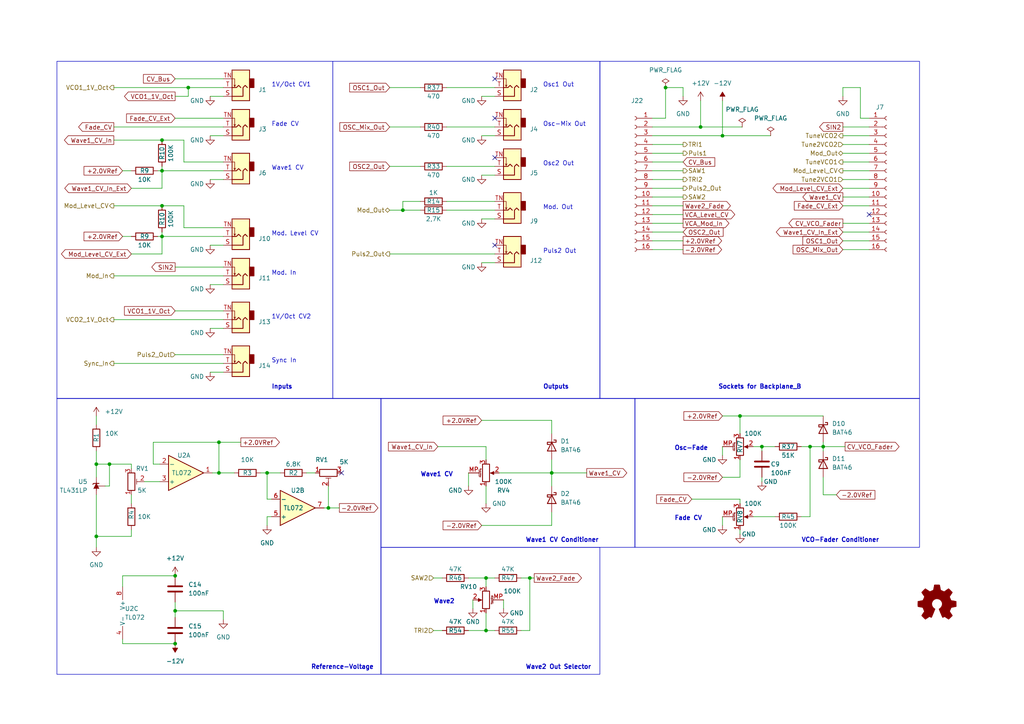
<source format=kicad_sch>
(kicad_sch (version 20230121) (generator eeschema)
  (paper "A4")
  (title_block (title "2MoreVO") (date "2024-07-09") (rev "1.0") (company "ImooDi") (comment 1 "CC BY-NC-SA"))
  (lib_symbols
    (symbol "Amplifier_Operational:TL072" (pin_names (offset 0.127))
      (property "Reference" "U" (at 0 5.08 0))
      (property "Value" "TL072" (at 0 -5.08 0))
      (symbol "TL072_1_1"
        (pin output line (at 7.62 0 180) (length 2.54) (name "~") (number "1"))
        (pin input line (at -7.62 -2.54 0) (length 2.54) (name "-") (number "2"))
        (pin input line (at -7.62 2.54 0) (length 2.54) (name "+") (number "3"))
      )
      (symbol "TL072_2_1"
        (pin input line (at -7.62 2.54 0) (length 2.54) (name "+") (number "5"))
        (pin input line (at -7.62 -2.54 0) (length 2.54) (name "-") (number "6"))
        (pin output line (at 7.62 0 180) (length 2.54) (name "~") (number "7"))
      )
      (symbol "TL072_3_1"
        (pin power_in line (at -2.54 -7.62 90) (length 3.81) (name "V-") (number "4"))
        (pin power_in line (at -2.54 7.62 270) (length 3.81) (name "V+") (number "8"))
      )
    )
    (symbol "Connector:Conn_01x16_Socket" (pin_names (offset 1.016) hide)
      (property "Reference" "J" (at 0 20.32 0))
      (property "Value" "Conn_01x16_Socket" (at 0 -22.86 0))
      (symbol "Conn_01x16_Socket_1_1"
        (pin passive line (at -5.08 17.78 0) (length 3.81) (name "Pin_1") (number "1"))
        (pin passive line (at -5.08 -5.08 0) (length 3.81) (name "Pin_10") (number "10"))
        (pin passive line (at -5.08 -7.62 0) (length 3.81) (name "Pin_11") (number "11"))
        (pin passive line (at -5.08 -10.16 0) (length 3.81) (name "Pin_12") (number "12"))
        (pin passive line (at -5.08 -12.7 0) (length 3.81) (name "Pin_13") (number "13"))
        (pin passive line (at -5.08 -15.24 0) (length 3.81) (name "Pin_14") (number "14"))
        (pin passive line (at -5.08 -17.78 0) (length 3.81) (name "Pin_15") (number "15"))
        (pin passive line (at -5.08 -20.32 0) (length 3.81) (name "Pin_16") (number "16"))
        (pin passive line (at -5.08 15.24 0) (length 3.81) (name "Pin_2") (number "2"))
        (pin passive line (at -5.08 12.7 0) (length 3.81) (name "Pin_3") (number "3"))
        (pin passive line (at -5.08 10.16 0) (length 3.81) (name "Pin_4") (number "4"))
        (pin passive line (at -5.08 7.62 0) (length 3.81) (name "Pin_5") (number "5"))
        (pin passive line (at -5.08 5.08 0) (length 3.81) (name "Pin_6") (number "6"))
        (pin passive line (at -5.08 2.54 0) (length 3.81) (name "Pin_7") (number "7"))
        (pin passive line (at -5.08 0 0) (length 3.81) (name "Pin_8") (number "8"))
        (pin passive line (at -5.08 -2.54 0) (length 3.81) (name "Pin_9") (number "9"))
      )
    )
    (symbol "Graphic:Logo_Open_Hardware_Small" (in_bom no) (on_board no))
    (symbol "Library:AudioJack2_SwitchT"
      (property "Reference" "J" (at 0 8.89 0))
      (property "Value" "AudioJack2_SwitchT" (at 0 6.35 0))
      (symbol "AudioJack2_SwitchT_1_1"
        (pin passive line (at 5.08 2.54 180) (length 2.54) (name "~") (number "S"))
        (pin passive line (at 5.08 0 180) (length 2.54) (name "~") (number "T"))
        (pin passive line (at 5.08 -2.54 180) (length 2.54) (name "~") (number "TN"))
      )
    )
    (symbol "Library:C" (pin_numbers hide) (pin_names (offset 0.254))
      (property "Reference" "C" (at 0.635 2.54 0))
      (property "Value" "C" (at 0.635 -2.54 0))
      (symbol "C_1_1"
        (pin passive line (at 0 3.81 270) (length 2.794) (name "~") (number "1"))
        (pin passive line (at 0 -3.81 90) (length 2.794) (name "~") (number "2"))
      )
    )
    (symbol "Library:D_Schottky" (pin_numbers hide) (pin_names (offset 1.016) hide)
      (property "Reference" "D" (at 0 2.54 0))
      (property "Value" "D_Schottky" (at 0 -2.54 0))
      (symbol "D_Schottky_1_1"
        (pin passive line (at -3.81 0 0) (length 2.54) (name "K") (number "1"))
        (pin passive line (at 3.81 0 180) (length 2.54) (name "A") (number "2"))
      )
    )
    (symbol "Library:R" (pin_numbers hide) (pin_names (offset 0))
      (property "Reference" "R" (at 2.032 0 90))
      (property "Value" "R" (at 0 0 90))
      (symbol "R_1_1"
        (pin passive line (at 0 3.81 270) (length 1.27) (name "~") (number "1"))
        (pin passive line (at 0 -3.81 90) (length 1.27) (name "~") (number "2"))
      )
    )
    (symbol "Library:R_Potentiometer_MountingPin" (pin_names (offset 1.016) hide)
      (property "Reference" "RV" (at -8.255 0 90))
      (property "Value" "R_Potentiometer_MountingPin" (at -6.35 0 90))
      (symbol "R_Potentiometer_MountingPin_1_1"
        (text "Mounting" (at -1.651 0 900) (effects (font (size 0.381 0.381))))
        (pin passive line (at 0 3.81 270) (length 1.27) (name "1") (number "1"))
        (pin passive line (at 3.81 0 180) (length 1.27) (name "2") (number "2"))
        (pin passive line (at 0 -3.81 90) (length 1.27) (name "3") (number "3"))
        (pin passive line (at -5.08 0 0) (length 3.048) (name "MountPin") (number "MP"))
      )
    )
    (symbol "Library:R_Potentiometer_Trim" (pin_names (offset 1.016) hide)
      (property "Reference" "RV" (at -4.445 0 90))
      (property "Value" "R_Potentiometer_Trim" (at -2.54 0 90))
      (symbol "R_Potentiometer_Trim_1_1"
        (pin passive line (at 0 3.81 270) (length 1.27) (name "1") (number "1"))
        (pin passive line (at 3.81 0 180) (length 1.27) (name "2") (number "2"))
        (pin passive line (at 0 -3.81 90) (length 1.27) (name "3") (number "3"))
      )
    )
    (symbol "Library:TL431LP" (pin_numbers hide) (pin_names hide)
      (property "Reference" "U" (at -2.54 2.54 0))
      (property "Value" "TL431LP" (at 0 -2.54 0))
      (symbol "TL431LP_1_1"
        (pin passive line (at 0 2.54 270) (length 2.54) (name "REF") (number "1"))
        (pin passive line (at -2.54 0 0) (length 2.54) (name "A") (number "2"))
        (pin passive line (at 2.54 0 180) (length 2.54) (name "K") (number "3"))
      )
    )
    (symbol "power:+12V" (power) (pin_names (offset 0))
      (property "Value" "+12V" (at 0 3.556 0))
      (symbol "+12V_1_1"
        (pin power_in line (at 0 0 90) (length 0) hide (name "+12V") (number "1"))
      )
    )
    (symbol "power:-12V" (power) (pin_names (offset 0))
      (property "Value" "-12V" (at 0 3.81 0))
      (symbol "-12V_0_0"
        (pin power_in line (at 0 0 90) (length 0) hide (name "-12V") (number "1"))
      )
    )
    (symbol "power:GND" (power) (pin_names (offset 0))
      (property "Value" "GND" (at 0 -3.81 0))
      (symbol "GND_1_1"
        (pin power_in line (at 0 0 270) (length 0) hide (name "GND") (number "1"))
      )
    )
    (symbol "power:PWR_FLAG" (power) (pin_numbers hide) (pin_names (offset 0) hide)
      (property "Value" "PWR_FLAG" (at 0 3.81 0))
      (symbol "PWR_FLAG_0_0"
        (pin power_out line (at 0 0 90) (length 0) (name "pwr") (number "1"))
      )
    )
  )
  (junction (at 31.75 134.62))
  (junction (at 46.99 68.58))
  (junction (at 54.61 25.4))
  (junction (at 46.99 59.69))
  (junction (at 77.47 137.16))
  (junction (at 50.8 186.69))
  (junction (at 50.8 167.005))
  (junction (at 160.02 137.16))
  (junction (at 63.5 128.27))
  (junction (at 209.55 39.37))
  (junction (at 220.98 129.54))
  (junction (at 63.5 137.16))
  (junction (at 46.99 40.64))
  (junction (at 153.67 167.64))
  (junction (at 214.63 120.65))
  (junction (at 116.84 60.96))
  (junction (at 27.94 134.62))
  (junction (at 95.25 147.32))
  (junction (at 234.95 129.54))
  (junction (at 193.04 25.4))
  (junction (at 50.8 177.165))
  (junction (at 140.97 167.64))
  (junction (at 238.76 129.54))
  (junction (at 46.99 49.53))
  (junction (at 140.97 182.88))
  (junction (at 203.2 36.83))
  (junction (at 27.94 155.575))
  (no_connect (at 252.095 62.23))
  (no_connect (at 143.51 71.12))
  (no_connect (at 143.51 22.86))
  (no_connect (at 143.51 45.72))
  (no_connect (at 99.06 137.16))
  (no_connect (at 143.51 34.29))
  (wire (pts (xy 214.63 120.65) (xy 238.76 120.65)))
  (wire (pts (xy 46.99 67.31) (xy 46.99 68.58)))
  (wire (pts (xy 160.02 148.59) (xy 160.02 152.4)))
  (wire (pts (xy 27.94 143.51) (xy 27.94 155.575)))
  (wire (pts (xy 209.55 120.65) (xy 214.63 120.65)))
  (wire (pts (xy 244.475 72.39) (xy 252.095 72.39)))
  (wire (pts (xy 35.56 49.53) (xy 38.1 49.53)))
  (wire (pts (xy 140.97 129.54) (xy 140.97 133.35)))
  (wire (pts (xy 189.23 39.37) (xy 209.55 39.37)))
  (wire (pts (xy 33.02 59.69) (xy 46.99 59.69)))
  (wire (pts (xy 198.12 25.4) (xy 198.12 27.94)))
  (wire (pts (xy 189.23 52.07) (xy 198.12 52.07)))
  (wire (pts (xy 50.8 177.165) (xy 50.8 179.07)))
  (wire (pts (xy 140.97 140.97) (xy 140.97 146.05)))
  (wire (pts (xy 189.23 64.77) (xy 198.12 64.77)))
  (wire (pts (xy 244.475 67.31) (xy 252.095 67.31)))
  (wire (pts (xy 50.8 22.86) (xy 64.77 22.86)))
  (wire (pts (xy 203.2 29.21) (xy 203.2 36.83)))
  (wire (pts (xy 140.97 167.64) (xy 135.89 167.64)))
  (wire (pts (xy 60.96 107.95) (xy 64.77 107.95)))
  (wire (pts (xy 60.96 27.94) (xy 64.77 27.94)))
  (wire (pts (xy 46.99 68.58) (xy 64.77 68.58)))
  (wire (pts (xy 27.94 130.81) (xy 27.94 134.62)))
  (wire (pts (xy 238.76 128.27) (xy 238.76 129.54)))
  (wire (pts (xy 189.23 72.39) (xy 198.12 72.39)))
  (wire (pts (xy 53.34 59.69) (xy 53.34 66.04)))
  (wire (pts (xy 45.72 49.53) (xy 46.99 49.53)))
  (wire (pts (xy 113.03 48.26) (xy 121.92 48.26)))
  (wire (pts (xy 33.02 105.41) (xy 64.77 105.41)))
  (wire (pts (xy 143.51 167.64) (xy 140.97 167.64)))
  (wire (pts (xy 238.76 143.51) (xy 242.57 143.51)))
  (wire (pts (xy 189.23 67.31) (xy 198.12 67.31)))
  (wire (pts (xy 45.72 68.58) (xy 46.99 68.58)))
  (wire (pts (xy 125.73 182.88) (xy 128.27 182.88)))
  (wire (pts (xy 35.56 167.005) (xy 50.8 167.005)))
  (wire (pts (xy 60.96 95.25) (xy 64.77 95.25)))
  (wire (pts (xy 88.9 137.16) (xy 91.44 137.16)))
  (wire (pts (xy 113.03 25.4) (xy 121.92 25.4)))
  (wire (pts (xy 153.67 167.64) (xy 154.94 167.64)))
  (wire (pts (xy 125.73 167.64) (xy 128.27 167.64)))
  (wire (pts (xy 244.475 36.83) (xy 252.095 36.83)))
  (wire (pts (xy 214.63 133.35) (xy 214.63 138.43)))
  (wire (pts (xy 218.44 129.54) (xy 220.98 129.54)))
  (wire (pts (xy 193.04 25.4) (xy 193.04 34.29)))
  (wire (pts (xy 95.25 140.97) (xy 95.25 147.32)))
  (wire (pts (xy 98.425 147.32) (xy 95.25 147.32)))
  (wire (pts (xy 50.8 177.165) (xy 64.77 177.165)))
  (wire (pts (xy 27.94 134.62) (xy 27.94 138.43)))
  (wire (pts (xy 238.76 129.54) (xy 238.76 130.81)))
  (wire (pts (xy 33.02 92.71) (xy 64.77 92.71)))
  (wire (pts (xy 53.34 46.99) (xy 64.77 46.99)))
  (wire (pts (xy 139.7 121.92) (xy 160.02 121.92)))
  (wire (pts (xy 129.54 60.96) (xy 143.51 60.96)))
  (wire (pts (xy 139.7 27.94) (xy 143.51 27.94)))
  (wire (pts (xy 244.475 52.07) (xy 252.095 52.07)))
  (wire (pts (xy 218.44 149.86) (xy 224.79 149.86)))
  (wire (pts (xy 244.475 27.94) (xy 244.475 25.4)))
  (wire (pts (xy 46.99 40.64) (xy 53.34 40.64)))
  (wire (pts (xy 244.475 41.91) (xy 252.095 41.91)))
  (wire (pts (xy 77.47 149.86) (xy 78.74 149.86)))
  (wire (pts (xy 77.47 149.86) (xy 77.47 152.4)))
  (wire (pts (xy 146.05 173.99) (xy 146.05 176.53)))
  (wire (pts (xy 53.34 66.04) (xy 64.77 66.04)))
  (wire (pts (xy 244.475 57.15) (xy 252.095 57.15)))
  (wire (pts (xy 144.78 137.16) (xy 160.02 137.16)))
  (wire (pts (xy 35.56 185.42) (xy 35.56 186.69)))
  (wire (pts (xy 244.475 46.99) (xy 252.095 46.99)))
  (wire (pts (xy 153.67 167.64) (xy 153.67 182.88)))
  (wire (pts (xy 46.99 68.58) (xy 46.99 73.66)))
  (wire (pts (xy 46.99 59.69) (xy 53.34 59.69)))
  (wire (pts (xy 139.7 63.5) (xy 143.51 63.5)))
  (wire (pts (xy 244.475 49.53) (xy 252.095 49.53)))
  (wire (pts (xy 143.51 182.88) (xy 140.97 182.88)))
  (wire (pts (xy 31.75 140.97) (xy 30.48 140.97)))
  (wire (pts (xy 35.56 167.005) (xy 35.56 170.18)))
  (wire (pts (xy 209.55 129.54) (xy 209.55 132.08)))
  (wire (pts (xy 64.77 177.165) (xy 64.77 179.705)))
  (wire (pts (xy 160.02 137.16) (xy 160.02 140.97)))
  (wire (pts (xy 33.02 36.83) (xy 64.77 36.83)))
  (wire (pts (xy 38.1 153.67) (xy 38.1 155.575)))
  (wire (pts (xy 31.75 140.97) (xy 31.75 134.62)))
  (wire (pts (xy 160.02 137.16) (xy 170.18 137.16)))
  (wire (pts (xy 60.96 82.55) (xy 64.77 82.55)))
  (wire (pts (xy 127 129.54) (xy 140.97 129.54)))
  (wire (pts (xy 139.7 76.2) (xy 143.51 76.2)))
  (wire (pts (xy 35.56 186.69) (xy 50.8 186.69)))
  (wire (pts (xy 160.02 125.73) (xy 160.02 121.92)))
  (wire (pts (xy 129.54 48.26) (xy 143.51 48.26)))
  (wire (pts (xy 220.98 138.43) (xy 220.98 139.7)))
  (wire (pts (xy 220.98 129.54) (xy 224.79 129.54)))
  (wire (pts (xy 189.23 44.45) (xy 198.12 44.45)))
  (wire (pts (xy 60.96 39.37) (xy 64.77 39.37)))
  (wire (pts (xy 46.99 48.26) (xy 46.99 49.53)))
  (wire (pts (xy 50.8 27.94) (xy 54.61 27.94)))
  (wire (pts (xy 46.99 49.53) (xy 46.99 54.61)))
  (wire (pts (xy 116.84 60.96) (xy 121.92 60.96)))
  (wire (pts (xy 244.475 39.37) (xy 252.095 39.37)))
  (wire (pts (xy 153.67 182.88) (xy 151.13 182.88)))
  (wire (pts (xy 60.96 71.12) (xy 64.77 71.12)))
  (wire (pts (xy 60.96 52.07) (xy 64.77 52.07)))
  (wire (pts (xy 129.54 25.4) (xy 143.51 25.4)))
  (wire (pts (xy 54.61 25.4) (xy 54.61 27.94)))
  (wire (pts (xy 232.41 149.86) (xy 234.95 149.86)))
  (wire (pts (xy 27.94 134.62) (xy 31.75 134.62)))
  (wire (pts (xy 223.52 39.37) (xy 209.55 39.37)))
  (wire (pts (xy 140.97 177.8) (xy 140.97 182.88)))
  (wire (pts (xy 54.61 25.4) (xy 64.77 25.4)))
  (wire (pts (xy 189.23 69.85) (xy 198.12 69.85)))
  (wire (pts (xy 189.23 46.99) (xy 198.12 46.99)))
  (wire (pts (xy 214.63 144.78) (xy 214.63 146.05)))
  (wire (pts (xy 140.97 167.64) (xy 140.97 170.18)))
  (wire (pts (xy 189.23 59.69) (xy 198.12 59.69)))
  (wire (pts (xy 93.98 147.32) (xy 95.25 147.32)))
  (wire (pts (xy 203.2 36.83) (xy 215.265 36.83)))
  (wire (pts (xy 27.94 155.575) (xy 27.94 158.75)))
  (wire (pts (xy 31.75 134.62) (xy 38.1 134.62)))
  (wire (pts (xy 129.54 58.42) (xy 143.51 58.42)))
  (wire (pts (xy 50.8 174.625) (xy 50.8 177.165)))
  (wire (pts (xy 209.55 149.86) (xy 209.55 152.4)))
  (wire (pts (xy 113.03 36.83) (xy 121.92 36.83)))
  (wire (pts (xy 234.95 129.54) (xy 238.76 129.54)))
  (wire (pts (xy 200.66 144.78) (xy 214.63 144.78)))
  (wire (pts (xy 249.555 25.4) (xy 249.555 34.29)))
  (wire (pts (xy 189.23 62.23) (xy 198.12 62.23)))
  (wire (pts (xy 38.1 143.51) (xy 38.1 146.05)))
  (wire (pts (xy 238.76 138.43) (xy 238.76 143.51)))
  (wire (pts (xy 50.8 102.87) (xy 64.77 102.87)))
  (wire (pts (xy 160.02 133.35) (xy 160.02 137.16)))
  (wire (pts (xy 189.23 34.29) (xy 193.04 34.29)))
  (wire (pts (xy 135.89 137.16) (xy 135.89 140.97)))
  (wire (pts (xy 153.67 167.64) (xy 151.13 167.64)))
  (wire (pts (xy 244.475 69.85) (xy 252.095 69.85)))
  (wire (pts (xy 244.475 25.4) (xy 249.555 25.4)))
  (wire (pts (xy 81.28 137.16) (xy 77.47 137.16)))
  (wire (pts (xy 33.02 40.64) (xy 46.99 40.64)))
  (wire (pts (xy 238.76 129.54) (xy 245.11 129.54)))
  (wire (pts (xy 244.475 54.61) (xy 252.095 54.61)))
  (wire (pts (xy 44.45 134.62) (xy 44.45 128.27)))
  (wire (pts (xy 244.475 44.45) (xy 252.095 44.45)))
  (wire (pts (xy 53.34 40.64) (xy 53.34 46.99)))
  (wire (pts (xy 77.47 137.16) (xy 77.47 144.78)))
  (wire (pts (xy 61.595 137.16) (xy 63.5 137.16)))
  (wire (pts (xy 41.91 139.7) (xy 46.355 139.7)))
  (wire (pts (xy 209.55 138.43) (xy 214.63 138.43)))
  (wire (pts (xy 140.97 182.88) (xy 135.89 182.88)))
  (wire (pts (xy 63.5 137.16) (xy 67.945 137.16)))
  (wire (pts (xy 232.41 129.54) (xy 234.95 129.54)))
  (wire (pts (xy 139.7 152.4) (xy 160.02 152.4)))
  (wire (pts (xy 35.56 68.58) (xy 38.1 68.58)))
  (wire (pts (xy 137.16 173.99) (xy 137.16 176.53)))
  (wire (pts (xy 38.1 54.61) (xy 46.99 54.61)))
  (wire (pts (xy 46.99 49.53) (xy 64.77 49.53)))
  (wire (pts (xy 44.45 128.27) (xy 63.5 128.27)))
  (wire (pts (xy 244.475 59.69) (xy 252.095 59.69)))
  (wire (pts (xy 50.8 90.17) (xy 64.77 90.17)))
  (wire (pts (xy 69.85 128.27) (xy 63.5 128.27)))
  (wire (pts (xy 244.475 64.77) (xy 252.095 64.77)))
  (wire (pts (xy 189.23 54.61) (xy 198.12 54.61)))
  (wire (pts (xy 189.23 57.15) (xy 198.12 57.15)))
  (wire (pts (xy 129.54 36.83) (xy 143.51 36.83)))
  (wire (pts (xy 209.55 29.21) (xy 209.55 39.37)))
  (wire (pts (xy 44.45 134.62) (xy 46.355 134.62)))
  (wire (pts (xy 27.94 120.65) (xy 27.94 123.19)))
  (wire (pts (xy 214.63 120.65) (xy 214.63 125.73)))
  (wire (pts (xy 75.565 137.16) (xy 77.47 137.16)))
  (wire (pts (xy 234.95 129.54) (xy 234.95 149.86)))
  (wire (pts (xy 249.555 34.29) (xy 252.095 34.29)))
  (wire (pts (xy 220.98 129.54) (xy 220.98 130.81)))
  (wire (pts (xy 27.94 155.575) (xy 38.1 155.575)))
  (wire (pts (xy 121.92 58.42) (xy 116.84 58.42)))
  (wire (pts (xy 50.8 34.29) (xy 64.77 34.29)))
  (wire (pts (xy 214.63 153.67) (xy 214.63 154.94)))
  (wire (pts (xy 33.02 25.4) (xy 54.61 25.4)))
  (wire (pts (xy 38.1 134.62) (xy 38.1 135.89)))
  (wire (pts (xy 113.03 60.96) (xy 116.84 60.96)))
  (wire (pts (xy 139.7 39.37) (xy 143.51 39.37)))
  (wire (pts (xy 189.23 49.53) (xy 198.12 49.53)))
  (wire (pts (xy 33.02 80.01) (xy 64.77 80.01)))
  (wire (pts (xy 77.47 144.78) (xy 78.74 144.78)))
  (wire (pts (xy 50.8 77.47) (xy 64.77 77.47)))
  (wire (pts (xy 116.84 58.42) (xy 116.84 60.96)))
  (wire (pts (xy 189.23 41.91) (xy 198.12 41.91)))
  (wire (pts (xy 189.23 36.83) (xy 203.2 36.83)))
  (wire (pts (xy 198.12 25.4) (xy 193.04 25.4)))
  (wire (pts (xy 113.03 73.66) (xy 143.51 73.66)))
  (wire (pts (xy 63.5 128.27) (xy 63.5 137.16)))
  (wire (pts (xy 38.1 73.66) (xy 46.99 73.66)))
  (wire (pts (xy 139.7 50.8) (xy 143.51 50.8)))
  (rectangle (start 173.99 17.78) (end 266.7 115.57))
  (rectangle (start 96.52 17.78) (end 173.99 115.57))
  (rectangle (start 16.51 17.78) (end 96.52 115.57))
  (rectangle (start 110.49 158.75) (end 173.99 195.58))
  (rectangle (start 16.51 115.57) (end 110.49 195.58))
  (rectangle (start 110.49 115.57) (end 184.15 158.75))
  (rectangle (start 184.15 115.57) (end 266.7 158.75))
  (text "Outputs" (at 157.48 113.03 0) (effects (font (size 1.27 1.27) (thickness 0.254) bold) (justify left bottom)))
  (text "Mod. Out" (at 157.48 60.96 0) (effects (font (size 1.27 1.27)) (justify left bottom)))
  (text "Mod. In" (at 78.74 80.01 0) (effects (font (size 1.27 1.27)) (justify left bottom)))
  (text "Fade CV" (at 195.58 151.13 0) (effects (font (size 1.27 1.27) (thickness 0.254) bold) (justify left bottom)))
  (text "Osc1 Out" (at 157.48 25.4 0) (effects (font (size 1.27 1.27)) (justify left bottom)))
  (text "Osc-Mix Out" (at 157.48 36.83 0) (effects (font (size 1.27 1.27)) (justify left bottom)))
  (text "1V/Oct CV1" (at 78.74 25.4 0) (effects (font (size 1.27 1.27)) (justify left bottom)))
  (text "Osc2 Out" (at 157.48 48.26 0) (effects (font (size 1.27 1.27)) (justify left bottom)))
  (text "Wave2" (at 125.73 175.26 0) (effects (font (size 1.27 1.27) (thickness 0.254) bold) (justify left bottom)))
  (text "Wave1 CV" (at 78.74 49.53 0) (effects (font (size 1.27 1.27)) (justify left bottom)))
  (text "Sync In" (at 78.74 105.41 0) (effects (font (size 1.27 1.27)) (justify left bottom)))
  (text "Wave2 Out Selector" (at 152.4 194.31 0) (effects (font (size 1.27 1.27) (thickness 0.254) bold) (justify left bottom)))
  (text "Osc-Fade" (at 195.58 130.81 0) (effects (font (size 1.27 1.27) (thickness 0.254) bold) (justify left bottom)))
  (text "Wave1 CV" (at 121.92 138.43 0) (effects (font (size 1.27 1.27) (thickness 0.254) bold) (justify left bottom)))
  (text "Sockets for Backplane_B" (at 208.28 113.03 0) (effects (font (size 1.27 1.27) (thickness 0.254) bold) (justify left bottom)))
  (text "Fade CV" (at 78.74 36.83 0) (effects (font (size 1.27 1.27)) (justify left bottom)))
  (text "VCO-Fader Conditioner" (at 232.41 157.48 0) (effects (font (size 1.27 1.27) (thickness 0.254) bold) (justify left bottom)))
  (text "Wave1 CV Conditioner" (at 152.4 157.48 0) (effects (font (size 1.27 1.27) (thickness 0.254) bold) (justify left bottom)))
  (text "Reference-Voltage" (at 90.17 194.31 0) (effects (font (size 1.27 1.27) (thickness 0.254) bold) (justify left bottom)))
  (text "1V/Oct CV2" (at 78.74 92.71 0) (effects (font (size 1.27 1.27)) (justify left bottom)))
  (text "Inputs" (at 78.74 113.03 0) (effects (font (size 1.27 1.27) (thickness 0.254) bold) (justify left bottom)))
  (text "Puls2 Out" (at 157.48 73.66 0) (effects (font (size 1.27 1.27)) (justify left bottom)))
  (text "Mod. Level CV" (at 78.74 68.58 0) (effects (font (size 1.27 1.27)) (justify left bottom)))
  (global_label "OSC1_Out" (shape input) (at 113.03 25.4 180) (property "Intersheetrefs" "${INTERSHEET_REFS}" (effects hide)))
  (global_label "+2.0VRef" (shape output) (at 69.85 128.27 0) (property "Intersheetrefs" "${INTERSHEET_REFS}" (effects hide)))
  (global_label "+2.0VRef" (shape input) (at 35.56 68.58 180) (property "Intersheetrefs" "${INTERSHEET_REFS}" (effects hide)))
  (global_label "Wave1_CV_In" (shape output) (at 33.02 40.64 180) (property "Intersheetrefs" "${INTERSHEET_REFS}" (effects hide)))
  (global_label "OSC1_Out" (shape input) (at 244.475 69.85 180) (property "Intersheetrefs" "${INTERSHEET_REFS}" (effects hide)))
  (global_label "VCO1_1V_Oct" (shape output) (at 50.8 27.94 180) (property "Intersheetrefs" "${INTERSHEET_REFS}" (effects hide)))
  (global_label "VCA_Mod_In" (shape output) (at 198.12 64.77 0) (property "Intersheetrefs" "${INTERSHEET_REFS}" (effects hide)))
  (global_label "Mod_Level_CV_Ext" (shape bidirectional) (at 244.475 54.61 180) (property "Intersheetrefs" "${INTERSHEET_REFS}" (effects hide)))
  (global_label "Wave1_CV_In" (shape input) (at 127 129.54 180) (property "Intersheetrefs" "${INTERSHEET_REFS}" (effects hide)))
  (global_label "VCA_Level_CV" (shape output) (at 198.12 62.23 0) (property "Intersheetrefs" "${INTERSHEET_REFS}" (effects hide)))
  (global_label "-2.0VRef" (shape input) (at 139.7 152.4 180) (property "Intersheetrefs" "${INTERSHEET_REFS}" (effects hide)))
  (global_label "Wave1_CV" (shape output) (at 244.475 57.15 180) (property "Intersheetrefs" "${INTERSHEET_REFS}" (effects hide)))
  (global_label "OSC_Mix_Out" (shape input) (at 113.03 36.83 180) (property "Intersheetrefs" "${INTERSHEET_REFS}" (effects hide)))
  (global_label "+2.0VRef" (shape output) (at 198.12 69.85 0) (property "Intersheetrefs" "${INTERSHEET_REFS}" (effects hide)))
  (global_label "Wave1_CV_In_Ext" (shape bidirectional) (at 244.475 67.31 180) (property "Intersheetrefs" "${INTERSHEET_REFS}" (effects hide)))
  (global_label "Mod_Level_CV_Ext" (shape bidirectional) (at 38.1 73.66 180) (property "Intersheetrefs" "${INTERSHEET_REFS}" (effects hide)))
  (global_label "Fade_CV" (shape input) (at 200.66 144.78 180) (property "Intersheetrefs" "${INTERSHEET_REFS}" (effects hide)))
  (global_label "Wave2_Fade" (shape output) (at 154.94 167.64 0) (property "Intersheetrefs" "${INTERSHEET_REFS}" (effects hide)))
  (global_label "VCO1_1V_Oct" (shape input) (at 50.8 90.17 180) (property "Intersheetrefs" "${INTERSHEET_REFS}" (effects hide)))
  (global_label "-2.0VRef" (shape input) (at 209.55 138.43 180) (property "Intersheetrefs" "${INTERSHEET_REFS}" (effects hide)))
  (global_label "CV_VCO_Fader" (shape output) (at 244.475 64.77 180) (property "Intersheetrefs" "${INTERSHEET_REFS}" (effects hide)))
  (global_label "OSC2_Out" (shape input) (at 198.12 67.31 0) (property "Intersheetrefs" "${INTERSHEET_REFS}" (effects hide)))
  (global_label "OSC_Mix_Out" (shape input) (at 244.475 72.39 180) (property "Intersheetrefs" "${INTERSHEET_REFS}" (effects hide)))
  (global_label "+2.0VRef" (shape input) (at 139.7 121.92 180) (property "Intersheetrefs" "${INTERSHEET_REFS}" (effects hide)))
  (global_label "-2.0VRef" (shape input) (at 242.57 143.51 0) (property "Intersheetrefs" "${INTERSHEET_REFS}" (effects hide)))
  (global_label "Wave2_Fade" (shape output) (at 198.12 59.69 0) (property "Intersheetrefs" "${INTERSHEET_REFS}" (effects hide)))
  (global_label "Fade_CV" (shape output) (at 33.02 36.83 180) (property "Intersheetrefs" "${INTERSHEET_REFS}" (effects hide)))
  (global_label "OSC2_Out" (shape input) (at 113.03 48.26 180) (property "Intersheetrefs" "${INTERSHEET_REFS}" (effects hide)))
  (global_label "CV_VCO_Fader" (shape output) (at 245.11 129.54 0) (property "Intersheetrefs" "${INTERSHEET_REFS}" (effects hide)))
  (global_label "-2.0VRef" (shape output) (at 98.425 147.32 0) (property "Intersheetrefs" "${INTERSHEET_REFS}" (effects hide)))
  (global_label "Fade_CV_Ext" (shape input) (at 244.475 59.69 180) (property "Intersheetrefs" "${INTERSHEET_REFS}" (effects hide)))
  (global_label "+2.0VRef" (shape input) (at 209.55 120.65 180) (property "Intersheetrefs" "${INTERSHEET_REFS}" (effects hide)))
  (global_label "Wave1_CV_In_Ext" (shape bidirectional) (at 38.1 54.61 180) (property "Intersheetrefs" "${INTERSHEET_REFS}" (effects hide)))
  (global_label "CV_Bus" (shape input) (at 50.8 22.86 180) (property "Intersheetrefs" "${INTERSHEET_REFS}" (effects hide)))
  (global_label "SIN2" (shape output) (at 50.8 77.47 180) (property "Intersheetrefs" "${INTERSHEET_REFS}" (effects hide)))
  (global_label "Wave1_CV" (shape output) (at 170.18 137.16 0) (property "Intersheetrefs" "${INTERSHEET_REFS}" (effects hide)))
  (global_label "SIN2" (shape output) (at 244.475 36.83 180) (property "Intersheetrefs" "${INTERSHEET_REFS}" (effects hide)))
  (global_label "CV_Bus" (shape input) (at 198.12 46.99 0) (property "Intersheetrefs" "${INTERSHEET_REFS}" (effects hide)))
  (global_label "+2.0VRef" (shape input) (at 35.56 49.53 180) (property "Intersheetrefs" "${INTERSHEET_REFS}" (effects hide)))
  (global_label "-2.0VRef" (shape output) (at 198.12 72.39 0) (property "Intersheetrefs" "${INTERSHEET_REFS}" (effects hide)))
  (global_label "Fade_CV_Ext" (shape input) (at 50.8 34.29 180) (property "Intersheetrefs" "${INTERSHEET_REFS}" (effects hide)))
  (hierarchical_label "TuneVCO2" (shape output) (at 244.475 39.37 180))
  (hierarchical_label "Mod_Level_CV" (shape output) (at 33.02 59.69 180))
  (hierarchical_label "SAW1" (shape output) (at 198.12 49.53 0))
  (hierarchical_label "VCO1_1V_Oct" (shape output) (at 33.02 25.4 180))
  (hierarchical_label "Mod_Level_CV" (shape output) (at 244.475 49.53 180))
  (hierarchical_label "Tune2VCO2" (shape input) (at 244.475 41.91 180))
  (hierarchical_label "SAW2" (shape input) (at 125.73 167.64 180))
  (hierarchical_label "Puls1" (shape output) (at 198.12 44.45 0))
  (hierarchical_label "TRI2" (shape output) (at 198.12 52.07 0))
  (hierarchical_label "TRI1" (shape output) (at 198.12 41.91 0))
  (hierarchical_label "Sync_In" (shape output) (at 33.02 105.41 180))
  (hierarchical_label "TuneVCO1" (shape output) (at 244.475 46.99 180))
  (hierarchical_label "Tune2VCO1" (shape input) (at 244.475 52.07 180))
  (hierarchical_label "TRI2" (shape input) (at 125.73 182.88 180))
  (hierarchical_label "VCO2_1V_Oct" (shape output) (at 33.02 92.71 180))
  (hierarchical_label "Puls2_Out" (shape output) (at 198.12 54.61 0))
  (hierarchical_label "Mod_Out" (shape bidirectional) (at 244.475 44.45 180))
  (hierarchical_label "SAW2" (shape output) (at 198.12 57.15 0))
  (hierarchical_label "Mod_Out" (shape bidirectional) (at 113.03 60.96 180))
  (hierarchical_label "Puls2_Out" (shape output) (at 113.03 73.66 180))
  (hierarchical_label "Puls2_Out" (shape input) (at 50.8 102.87 180))
  (hierarchical_label "Mod_In" (shape output) (at 33.02 80.01 180))
  (symbol (lib_id "Library:R_Potentiometer_Trim") (at 95.25 137.16 90) (mirror x) (unit 1)
    (property "Reference" "RV1" (at 91.44 133.35 90) (effects (justify right)))
    (property "Value" "5K" (at 98.425 133.985 90) (effects (justify right)))
    (property "Footprint" "Potentiometer_THT:Potentiometer_Bourns_3006P_Horizontal" (effects hide))
    (property "Datasheet" "https://octopart.com/datasheet/3006p-7-103lf-bourns-974192" (effects hide))
    (property "Datasheet" "https://octopart.com/datasheet/3006p-7-103lf-bourns-974192" (effects hide))
    (instances (project "2MoreVO" (path "" (reference "RV1") (unit 1)) (path "" (reference "RV12") (unit 1))) (project "CV_Testboard" (path "" (reference "RV1") (unit 1))))
  )
  (symbol (lib_id "power:GND") (at 139.7 63.5 0) (unit 1)
    (property "Reference" "#PWR011" (effects hide))
    (property "Value" "GND" (at 135.89 64.77 0))
  )
  (symbol (lib_id "power:+12V") (at 27.94 120.65 0) (unit 1)
    (property "Reference" "#PWR020" (effects hide))
    (property "Value" "+12V" (at 33.02 119.38 0))
    (instances (project "2MoreVO" (path "" (reference "#PWR020") (unit 1)) (path "" (reference "#PWR017") (unit 1))) (project "2MoreVO_Motherboard_test" (path "" (reference "#PWR019") (unit 1))))
  )
  (symbol (lib_id "Library:D_Schottky") (at 160.02 144.78 270) (unit 1)
    (property "Reference" "D2" (at 162.56 143.1925 90) (effects (justify left)))
    (property "Value" "BAT46" (at 162.56 145.7325 90) (effects (justify left)))
    (property "Footprint" "Diode_THT:D_DO-35_SOD27_P7.62mm_Horizontal" (effects hide))
    (property "Datasheet" "https://octopart.com/datasheet/bat46-tr-vishay-55507552" (effects hide))
    (property "Datasheet" "https://octopart.com/datasheet/bat46-tr-vishay-55507552" (effects hide))
    (instances (project "2MoreVO" (path "" (reference "D2") (unit 1)) (path "" (reference "D9") (unit 1)) (path "" (reference "D9") (unit 1))) (project "2MoreVO_Motherboard_test" (path "" (reference "D5") (unit 1))))
  )
  (symbol (lib_id "Amplifier_Operational:TL072") (at 38.1 177.8 0) (unit 3)
    (property "Reference" "U2" (at 36.195 176.53 0) (effects (justify left)))
    (property "Value" "TL072" (at 36.195 179.07 0) (effects (justify left)))
    (property "Footprint" "Package_DIP:DIP-8_W7.62mm" (effects hide))
    (property "Datasheet" "http://www.ti.com/lit/ds/symlink/tl071.pdf" (effects hide))
  )
  (symbol (lib_id "Library:TL431LP") (at 27.94 140.97 270) (mirror x) (unit 1)
    (property "Reference" "U5" (at 25.4 139.7 90) (effects (justify right)))
    (property "Value" "TL431LP" (at 25.4 142.24 90) (effects (justify right)))
    (property "Footprint" "Package_TO_SOT_THT:TO-92_Inline" (effects hide))
    (property "Datasheet" "http://www.ti.com/lit/ds/symlink/tl431.pdf" (effects hide))
    (property "Datasheet" "http://www.ti.com/lit/ds/symlink/tl431.pdf" (effects hide))
    (instances (project "2MoreVO" (path "" (reference "U5") (unit 1)) (path "" (reference "U1") (unit 1))) (project "CV_Testboard" (path "" (reference "U1") (unit 1))))
  )
  (symbol (lib_id "power:PWR_FLAG") (at 193.04 25.4 0) (unit 1)
    (property "Reference" "#FLG04" (effects hide))
    (property "Value" "PWR_FLAG" (at 193.04 20.32 0))
  )
  (symbol (lib_id "Library:AudioJack2_SwitchT") (at 148.59 73.66 180) (unit 1)
    (property "Reference" "J12" (at 153.67 75.565 0) (effects (justify right)))
    (property "Value" "AudioJack2_SwitchT" (effects hide))
    (property "Footprint" "Connector_Audio:Jack_3.5mm_QingPu_WQP-PJ398SM_Vertical_CircularHoles" (effects hide))
    (instances (project "2MoreVO" (path "" (reference "J12") (unit 1))) (project "CV_Testboard" (path "" (reference "J1") (unit 1))))
  )
  (symbol (lib_id "Library:R") (at 125.73 60.96 90) (unit 1)
    (property "Reference" "R15" (at 125.73 60.96 90))
    (property "Value" "2,7K" (at 125.73 63.5 90))
    (property "Footprint" "Resistor_THT:R_Axial_DIN0204_L3.6mm_D1.6mm_P7.62mm_Horizontal" (effects hide))
    (instances (project "2MoreVO" (path "" (reference "R15") (unit 1)) (path "" (reference "R8") (unit 1))) (project "2MoreVO_Motherboard_test" (path "" (reference "R40") (unit 1))))
  )
  (symbol (lib_id "Library:R") (at 132.08 182.88 90) (unit 1)
    (property "Reference" "R54" (at 132.08 182.88 90))
    (property "Value" "47K" (at 132.08 180.34 90))
    (property "Footprint" "Resistor_THT:R_Axial_DIN0204_L3.6mm_D1.6mm_P7.62mm_Horizontal" (effects hide))
    (instances (project "2MoreVO" (path "" (reference "R54") (unit 1)) (path "" (reference "R54") (unit 1))) (project "2MoreVO_Motherboard_test" (path "" (reference "R10") (unit 1))))
  )
  (symbol (lib_id "power:GND") (at 140.97 146.05 0) (mirror y) (unit 1)
    (property "Reference" "#PWR032" (effects hide))
    (property "Value" "GND" (at 144.78 146.05 0))
    (instances (project "2MoreVO" (path "" (reference "#PWR032") (unit 1)) (path "" (reference "#PWR038") (unit 1)) (path "" (reference "#PWR038") (unit 1))) (project "2MoreVO_Motherboard_test" (path "" (reference "#PWR035") (unit 1))))
  )
  (symbol (lib_id "power:GND") (at 77.47 152.4 0) (unit 1)
    (property "Reference" "#PWR022" (effects hide))
    (property "Value" "GND" (at 77.47 157.48 0))
    (instances (project "2MoreVO" (path "" (reference "#PWR022") (unit 1)) (path "" (reference "#PWR048") (unit 1))) (project "2MoreVO_Motherboard_test" (path "" (reference "#PWR018") (unit 1))))
  )
  (symbol (lib_id "power:PWR_FLAG") (at 223.52 39.37 0) (unit 1)
    (property "Reference" "#FLG06" (effects hide))
    (property "Value" "PWR_FLAG" (at 223.52 34.29 0))
  )
  (symbol (lib_id "power:GND") (at 60.96 39.37 0) (unit 1)
    (property "Reference" "#PWR05" (effects hide))
    (property "Value" "GND" (at 57.15 40.64 0))
  )
  (symbol (lib_id "power:GND") (at 60.96 82.55 0) (unit 1)
    (property "Reference" "#PWR013" (effects hide))
    (property "Value" "GND" (at 57.15 83.82 0))
  )
  (symbol (lib_id "Library:R") (at 41.91 68.58 270) (mirror x) (unit 1)
    (property "Reference" "R9" (at 41.91 68.58 90))
    (property "Value" "10K" (at 41.91 71.12 90))
    (property "Footprint" "Resistor_THT:R_Axial_DIN0204_L3.6mm_D1.6mm_P7.62mm_Horizontal" (effects hide))
    (instances (project "2MoreVO" (path "" (reference "R9") (unit 1)) (path "" (reference "R9") (unit 1))) (project "2MoreVO_Motherboard_test" (path "" (reference "R17") (unit 1))))
  )
  (symbol (lib_id "Library:C") (at 50.8 182.88 0) (unit 1)
    (property "Reference" "C15" (at 54.61 181.61 0) (effects (justify left)))
    (property "Value" "100nF" (at 54.61 184.15 0) (effects (justify left)))
    (property "Footprint" "Capacitor_THT:C_Disc_D3.0mm_W1.6mm_P2.50mm" (effects hide))
    (instances (project "2MoreVO" (path "" (reference "C15") (unit 1)) (path "" (reference "C3") (unit 1))) (project "2MoreVO_Motherboard_test" (path "" (reference "C5") (unit 1))))
  )
  (symbol (lib_id "Library:AudioJack2_SwitchT") (at 69.85 68.58 180) (unit 1)
    (property "Reference" "J10" (at 74.93 69.215 0) (effects (justify right)))
    (property "Value" "AudioJack2_SwitchT" (effects hide))
    (property "Footprint" "Connector_Audio:Jack_3.5mm_QingPu_WQP-PJ398SM_Vertical_CircularHoles" (effects hide))
    (instances (project "2MoreVO" (path "" (reference "J10") (unit 1))) (project "CV_Testboard" (path "" (reference "J1") (unit 1))))
  )
  (symbol (lib_id "Connector:Conn_01x16_Socket") (at 257.175 52.07 0) (unit 1)
    (property "Reference" "J7" (at 254 31.115 0) (effects (justify left)))
    (property "Value" "Conn_01x16_Socket" (effects hide))
    (property "Footprint" "Connector_PinSocket_2.54mm:PinSocket_1x16_P2.54mm_Vertical" (effects hide))
  )
  (symbol (lib_id "Library:C") (at 220.98 134.62 0) (unit 1)
    (property "Reference" "C9" (at 223.52 134.62 0) (effects (justify left)))
    (property "Value" "100nF" (at 223.52 137.16 0) (effects (justify left)))
    (property "Footprint" "Capacitor_THT:C_Disc_D3.0mm_W1.6mm_P2.50mm" (effects hide))
    (instances (project "2MoreVO" (path "" (reference "C9") (unit 1)) (path "" (reference "C9") (unit 1))) (project "2MoreVO_Motherboard_test" (path "" (reference "C3") (unit 1)) (path "" (reference "C12") (unit 1))))
  )
  (symbol (lib_id "Library:R") (at 147.32 167.64 90) (unit 1)
    (property "Reference" "R47" (at 147.32 167.64 90))
    (property "Value" "47K" (at 147.32 165.1 90))
    (property "Footprint" "Resistor_THT:R_Axial_DIN0204_L3.6mm_D1.6mm_P7.62mm_Horizontal" (effects hide))
    (instances (project "2MoreVO" (path "" (reference "R47") (unit 1)) (path "" (reference "R47") (unit 1))) (project "2MoreVO_Motherboard_test" (path "" (reference "R8") (unit 1))))
  )
  (symbol (lib_id "power:GND") (at 139.7 76.2 0) (unit 1)
    (property "Reference" "#PWR014" (effects hide))
    (property "Value" "GND" (at 135.89 77.47 0))
  )
  (symbol (lib_id "Library:R") (at 147.32 182.88 90) (unit 1)
    (property "Reference" "R55" (at 147.32 182.88 90))
    (property "Value" "47K" (at 147.32 180.34 90))
    (property "Footprint" "Resistor_THT:R_Axial_DIN0204_L3.6mm_D1.6mm_P7.62mm_Horizontal" (effects hide))
    (instances (project "2MoreVO" (path "" (reference "R55") (unit 1)) (path "" (reference "R55") (unit 1))) (project "2MoreVO_Motherboard_test" (path "" (reference "R6") (unit 1))))
  )
  (symbol (lib_id "Library:R_Potentiometer_MountingPin") (at 214.63 129.54 0) (mirror x) (unit 1)
    (property "Reference" "RV7" (at 214.63 129.54 90))
    (property "Value" "100K" (at 218.44 125.73 0))
    (property "Footprint" "Potentiometer_THT:Potentiometer_Alps_RK09K_Single_Vertical" (effects hide))
    (property "Datasheet" "https://octopart.com/datasheet/ptv09a-2030u-b104-bourns-34828315" (effects hide))
    (property "Datasheet" "https://octopart.com/datasheet/ptv09a-2030u-b104-bourns-34828315" (effects hide))
    (instances (project "2MoreVO" (path "" (reference "RV7") (unit 1)) (path "" (reference "RV7") (unit 1))) (project "2MoreVO_Motherboard_test" (path "" (reference "RV1") (unit 1)) (path "" (reference "RV5") (unit 1))))
  )
  (symbol (lib_id "power:GND") (at 139.7 39.37 0) (unit 1)
    (property "Reference" "#PWR06" (effects hide))
    (property "Value" "GND" (at 135.89 40.64 0))
  )
  (symbol (lib_id "power:GND") (at 137.16 176.53 0) (mirror y) (unit 1)
    (property "Reference" "#PWR049" (effects hide))
    (property "Value" "GND" (at 137.16 180.34 0))
    (instances (project "2MoreVO" (path "" (reference "#PWR049") (unit 1)) (path "" (reference "#PWR049") (unit 1))) (project "2MoreVO_Motherboard_test" (path "" (reference "#PWR027") (unit 1))))
  )
  (symbol (lib_id "Library:R") (at 125.73 25.4 270) (mirror x) (unit 1)
    (property "Reference" "R37" (at 125.73 25.4 90))
    (property "Value" "470" (at 125.73 27.94 90))
    (property "Footprint" "Resistor_THT:R_Axial_DIN0204_L3.6mm_D1.6mm_P7.62mm_Horizontal" (effects hide))
    (instances (project "2MoreVO" (path "" (reference "R37") (unit 1)) (path "" (reference "R1") (unit 1))) (project "2MoreVO_Motherboard_test" (path "" (reference "R45") (unit 1))))
  )
  (symbol (lib_id "power:GND") (at 60.96 95.25 0) (unit 1)
    (property "Reference" "#PWR015" (effects hide))
    (property "Value" "GND" (at 57.15 96.52 0))
  )
  (symbol (lib_id "Library:AudioJack2_SwitchT") (at 69.85 49.53 180) (unit 1)
    (property "Reference" "J6" (at 74.93 50.165 0) (effects (justify right)))
    (property "Value" "AudioJack2_SwitchT" (effects hide))
    (property "Footprint" "Connector_Audio:Jack_3.5mm_QingPu_WQP-PJ398SM_Vertical_CircularHoles" (effects hide))
    (instances (project "2MoreVO" (path "" (reference "J6") (unit 1))) (project "CV_Testboard" (path "" (reference "J1") (unit 1))))
  )
  (symbol (lib_id "Library:R_Potentiometer_MountingPin") (at 140.97 137.16 0) (mirror x) (unit 1)
    (property "Reference" "RV4" (at 146.05 142.24 0))
    (property "Value" "100K" (at 146.05 139.7 0))
    (property "Footprint" "Potentiometer_THT:Potentiometer_Alps_RK09K_Single_Vertical" (effects hide))
    (property "Datasheet" "https://octopart.com/datasheet/ptv09a-2030u-b104-bourns-34828315" (effects hide))
    (property "Datasheet" "https://octopart.com/datasheet/ptv09a-2030u-b104-bourns-34828315" (effects hide))
    (instances (project "2MoreVO" (path "" (reference "RV4") (unit 1)) (path "" (reference "RV6") (unit 1)) (path "" (reference "RV6") (unit 1))) (project "2MoreVO_Motherboard_test" (path "" (reference "RV1") (unit 1)) (path "" (reference "RV7") (unit 1))))
  )
  (symbol (lib_id "Library:R_Potentiometer_MountingPin") (at 214.63 149.86 0) (mirror x) (unit 1)
    (property "Reference" "RV8" (at 214.63 149.86 90))
    (property "Value" "100K" (at 218.44 146.05 0))
    (property "Footprint" "Potentiometer_THT:Potentiometer_Alps_RK09K_Single_Vertical" (effects hide))
    (property "Datasheet" "https://octopart.com/datasheet/ptv09a-2030u-b104-bourns-34828315" (effects hide))
    (property "Datasheet" "https://octopart.com/datasheet/ptv09a-2030u-b104-bourns-34828315" (effects hide))
    (instances (project "2MoreVO" (path "" (reference "RV8") (unit 1)) (path "" (reference "RV8") (unit 1))) (project "2MoreVO_Motherboard_test" (path "" (reference "RV1") (unit 1)) (path "" (reference "RV6") (unit 1))))
  )
  (symbol (lib_id "Library:R") (at 27.94 127 0) (unit 1)
    (property "Reference" "R1" (at 27.94 128.27 90) (effects (justify left)))
    (property "Value" "10K" (at 30.48 125.73 0) (effects (justify left)))
    (property "Footprint" "Resistor_THT:R_Axial_DIN0204_L3.6mm_D1.6mm_P7.62mm_Horizontal" (effects hide))
    (instances (project "2MoreVO" (path "" (reference "R1") (unit 1)) (path "" (reference "R10") (unit 1))))
  )
  (symbol (lib_id "Library:C") (at 50.8 170.815 0) (unit 1)
    (property "Reference" "C14" (at 54.61 169.545 0) (effects (justify left)))
    (property "Value" "100nF" (at 54.61 172.085 0) (effects (justify left)))
    (property "Footprint" "Capacitor_THT:C_Disc_D3.0mm_W1.6mm_P2.50mm" (effects hide))
    (instances (project "2MoreVO" (path "" (reference "C14") (unit 1)) (path "" (reference "C2") (unit 1))) (project "2MoreVO_Motherboard_test" (path "" (reference "C5") (unit 1))))
  )
  (symbol (lib_id "power:GND") (at 60.96 27.94 0) (unit 1)
    (property "Reference" "#PWR01" (effects hide))
    (property "Value" "GND" (at 57.15 29.21 0))
  )
  (symbol (lib_id "Amplifier_Operational:TL072") (at 53.975 137.16 0) (mirror x) (unit 1)
    (property "Reference" "U2" (at 53.34 132.08 0))
    (property "Value" "TL072" (at 52.705 137.16 0))
    (property "Footprint" "Package_DIP:DIP-8_W7.62mm" (effects hide))
    (property "Datasheet" "http://www.ti.com/lit/ds/symlink/tl071.pdf" (effects hide))
    (property "Datasheet" "http://www.ti.com/lit/ds/symlink/tl071.pdf" (effects hide))
  )
  (symbol (lib_id "Library:R") (at 46.99 63.5 0) (mirror y) (unit 1)
    (property "Reference" "R10" (at 46.99 63.5 90))
    (property "Value" "100K" (at 49.53 63.5 90))
    (property "Footprint" "Resistor_THT:R_Axial_DIN0204_L3.6mm_D1.6mm_P7.62mm_Horizontal" (effects hide))
    (instances (project "2MoreVO" (path "" (reference "R10") (unit 1)) (path "" (reference "R6") (unit 1))) (project "2MoreVO_Motherboard_test" (path "" (reference "R25") (unit 1))))
  )
  (symbol (lib_id "power:GND") (at 139.7 50.8 0) (unit 1)
    (property "Reference" "#PWR09" (effects hide))
    (property "Value" "GND" (at 135.89 52.07 0))
  )
  (symbol (lib_id "Library:R") (at 71.755 137.16 90) (unit 1)
    (property "Reference" "R3" (at 71.755 137.16 90))
    (property "Value" "10K" (at 71.755 133.35 90))
    (property "Footprint" "Resistor_THT:R_Axial_DIN0204_L3.6mm_D1.6mm_P7.62mm_Horizontal" (effects hide))
    (instances (project "2MoreVO" (path "" (reference "R3") (unit 1)) (path "" (reference "R12") (unit 1))))
  )
  (symbol (lib_id "Library:R") (at 228.6 129.54 270) (mirror x) (unit 1)
    (property "Reference" "R37" (at 228.6 129.54 90))
    (property "Value" "51K" (at 228.6 132.08 90))
    (property "Footprint" "Resistor_THT:R_Axial_DIN0204_L3.6mm_D1.6mm_P7.62mm_Horizontal" (effects hide))
    (instances (project "2MoreVO" (path "" (reference "R37") (unit 1)) (path "" (reference "R37") (unit 1))) (project "2MoreVO_Motherboard_test" (path "" (reference "R43") (unit 1))))
  )
  (symbol (lib_id "power:GND") (at 209.55 132.08 0) (mirror y) (unit 1)
    (property "Reference" "#PWR042" (effects hide))
    (property "Value" "GND" (at 205.74 133.35 0))
    (instances (project "2MoreVO" (path "" (reference "#PWR042") (unit 1)) (path "" (reference "#PWR042") (unit 1))) (project "2MoreVO_Motherboard_test" (path "" (reference "#PWR053") (unit 1))))
  )
  (symbol (lib_id "Library:R") (at 41.91 49.53 270) (mirror x) (unit 1)
    (property "Reference" "R9" (at 41.91 49.53 90))
    (property "Value" "10K" (at 41.91 52.07 90))
    (property "Footprint" "Resistor_THT:R_Axial_DIN0204_L3.6mm_D1.6mm_P7.62mm_Horizontal" (effects hide))
    (instances (project "2MoreVO" (path "" (reference "R9") (unit 1)) (path "" (reference "R5") (unit 1))) (project "2MoreVO_Motherboard_test" (path "" (reference "R17") (unit 1))))
  )
  (symbol (lib_id "Library:AudioJack2_SwitchT") (at 148.59 36.83 180) (unit 1)
    (property "Reference" "J4" (at 153.67 37.465 0) (effects (justify right)))
    (property "Value" "AudioJack2_SwitchT" (effects hide))
    (property "Footprint" "Connector_Audio:Jack_3.5mm_QingPu_WQP-PJ398SM_Vertical_CircularHoles" (effects hide))
    (instances (project "2MoreVO" (path "" (reference "J4") (unit 1))) (project "CV_Testboard" (path "" (reference "J1") (unit 1))))
  )
  (symbol (lib_id "Library:D_Schottky") (at 238.76 134.62 270) (unit 1)
    (property "Reference" "D11" (at 241.3 133.0325 90) (effects (justify left)))
    (property "Value" "BAT46" (at 241.3 135.5725 90) (effects (justify left)))
    (property "Footprint" "Diode_THT:D_DO-35_SOD27_P7.62mm_Horizontal" (effects hide))
    (property "Datasheet" "https://octopart.com/datasheet/bat46-tr-vishay-55507552" (effects hide))
    (property "Datasheet" "https://octopart.com/datasheet/bat46-tr-vishay-55507552" (effects hide))
    (instances (project "2MoreVO" (path "" (reference "D11") (unit 1)) (path "" (reference "D11") (unit 1))) (project "2MoreVO_Motherboard_test" (path "" (reference "D9") (unit 1))))
  )
  (symbol (lib_id "power:GND") (at 139.7 27.94 0) (unit 1)
    (property "Reference" "#PWR02" (effects hide))
    (property "Value" "GND" (at 135.89 29.21 0))
  )
  (symbol (lib_id "Library:R") (at 85.09 137.16 90) (unit 1)
    (property "Reference" "R2" (at 85.09 137.16 90))
    (property "Value" "6,8K" (at 85.09 134.62 90))
    (property "Footprint" "Resistor_THT:R_Axial_DIN0204_L3.6mm_D1.6mm_P7.62mm_Horizontal" (effects hide))
    (instances (project "2MoreVO" (path "" (reference "R2") (unit 1)) (path "" (reference "R11") (unit 1))))
  )
  (symbol (lib_id "Library:R") (at 132.08 167.64 90) (unit 1)
    (property "Reference" "R46" (at 132.08 167.64 90))
    (property "Value" "47K" (at 132.08 165.1 90))
    (property "Footprint" "Resistor_THT:R_Axial_DIN0204_L3.6mm_D1.6mm_P7.62mm_Horizontal" (effects hide))
    (instances (project "2MoreVO" (path "" (reference "R46") (unit 1)) (path "" (reference "R46") (unit 1))) (project "2MoreVO_Motherboard_test" (path "" (reference "R9") (unit 1))))
  )
  (symbol (lib_id "power:-12V") (at 50.8 186.69 180) (unit 1)
    (property "Reference" "#PWR020" (effects hide))
    (property "Value" "-12V" (at 50.8 191.77 0))
  )
  (symbol (lib_id "Library:AudioJack2_SwitchT") (at 148.59 48.26 180) (unit 1)
    (property "Reference" "J5" (at 153.67 50.165 0) (effects (justify right)))
    (property "Value" "AudioJack2_SwitchT" (effects hide))
    (property "Footprint" "Connector_Audio:Jack_3.5mm_QingPu_WQP-PJ398SM_Vertical_CircularHoles" (effects hide))
    (instances (project "2MoreVO" (path "" (reference "J5") (unit 1))) (project "CV_Testboard" (path "" (reference "J1") (unit 1))))
  )
  (symbol (lib_id "power:+12V") (at 203.2 29.21 0) (unit 1)
    (property "Reference" "#PWR062" (effects hide))
    (property "Value" "+12V" (at 203.2 24.13 0))
    (instances (project "2MoreVO" (path "" (reference "#PWR062") (unit 1)) (path "" (reference "#PWR07") (unit 1))) (project "2MoreVO_Motherboard_test" (path "" (reference "#PWR011") (unit 1))))
  )
  (symbol (lib_id "Library:AudioJack2_SwitchT") (at 69.85 25.4 180) (unit 1)
    (property "Reference" "J1" (at 74.93 26.035 0) (effects (justify right)))
    (property "Value" "AudioJack2_SwitchT" (effects hide))
    (property "Footprint" "Connector_Audio:Jack_3.5mm_QingPu_WQP-PJ398SM_Vertical_CircularHoles" (effects hide))
  )
  (symbol (lib_id "Graphic:Logo_Open_Hardware_Small") (at 271.78 175.26 0) (unit 1) (in_bom no) (on_board no)
    (property "Reference" "#SYM?" (effects hide))
    (property "Value" "Logo_Open_Hardware_Small" (effects hide))
    (property "Sim.Enable" "0" (effects hide))
    (instances (project "2MoreVO" (path "" (reference "#SYM?") (unit 1)) (path "" (reference "#SYM2") (unit 1))))
  )
  (symbol (lib_id "Library:AudioJack2_SwitchT") (at 148.59 60.96 180) (unit 1)
    (property "Reference" "J9" (at 153.67 64.135 0) (effects (justify right)))
    (property "Value" "AudioJack2_SwitchT" (effects hide))
    (property "Footprint" "Connector_Audio:Jack_3.5mm_QingPu_WQP-PJ398SM_Vertical_CircularHoles" (effects hide))
    (instances (project "2MoreVO" (path "" (reference "J9") (unit 1))) (project "CV_Testboard" (path "" (reference "J1") (unit 1))))
  )
  (symbol (lib_id "Amplifier_Operational:TL072") (at 86.36 147.32 0) (mirror x) (unit 2)
    (property "Reference" "U2" (at 86.36 142.24 0))
    (property "Value" "TL072" (at 85.09 147.32 0))
    (property "Footprint" "Package_DIP:DIP-8_W7.62mm" (effects hide))
    (property "Datasheet" "http://www.ti.com/lit/ds/symlink/tl071.pdf" (effects hide))
    (property "Datasheet" "http://www.ti.com/lit/ds/symlink/tl071.pdf" (effects hide))
  )
  (symbol (lib_id "Library:R") (at 38.1 149.86 180) (unit 1)
    (property "Reference" "R4" (at 38.1 147.955 90) (effects (justify left)))
    (property "Value" "10K" (at 43.815 149.86 0) (effects (justify left)))
    (property "Footprint" "Resistor_THT:R_Axial_DIN0204_L3.6mm_D1.6mm_P7.62mm_Horizontal" (effects hide))
    (instances (project "2MoreVO" (path "" (reference "R4") (unit 1)) (path "" (reference "R13") (unit 1))))
  )
  (symbol (lib_id "Library:D_Schottky") (at 238.76 124.46 270) (unit 1)
    (property "Reference" "D10" (at 241.3 122.8725 90) (effects (justify left)))
    (property "Value" "BAT46" (at 241.3 125.4125 90) (effects (justify left)))
    (property "Footprint" "Diode_THT:D_DO-35_SOD27_P7.62mm_Horizontal" (effects hide))
    (property "Datasheet" "https://octopart.com/datasheet/bat46-tr-vishay-55507552" (effects hide))
    (property "Datasheet" "https://octopart.com/datasheet/bat46-tr-vishay-55507552" (effects hide))
    (instances (project "2MoreVO" (path "" (reference "D10") (unit 1)) (path "" (reference "D10") (unit 1))) (project "2MoreVO_Motherboard_test" (path "" (reference "D8") (unit 1))))
  )
  (symbol (lib_id "power:GND") (at 60.96 71.12 0) (unit 1)
    (property "Reference" "#PWR012" (effects hide))
    (property "Value" "GND" (at 57.15 72.39 0))
  )
  (symbol (lib_id "Library:R") (at 46.99 44.45 0) (mirror y) (unit 1)
    (property "Reference" "R10" (at 46.99 44.45 90))
    (property "Value" "100K" (at 49.53 44.45 90))
    (property "Footprint" "Resistor_THT:R_Axial_DIN0204_L3.6mm_D1.6mm_P7.62mm_Horizontal" (effects hide))
    (instances (project "2MoreVO" (path "" (reference "R10") (unit 1)) (path "" (reference "R3") (unit 1))) (project "2MoreVO_Motherboard_test" (path "" (reference "R25") (unit 1))))
  )
  (symbol (lib_id "Library:D_Schottky") (at 160.02 129.54 270) (unit 1)
    (property "Reference" "D1" (at 162.56 127.9525 90) (effects (justify left)))
    (property "Value" "BAT46" (at 162.56 130.4925 90) (effects (justify left)))
    (property "Footprint" "Diode_THT:D_DO-35_SOD27_P7.62mm_Horizontal" (effects hide))
    (property "Datasheet" "https://octopart.com/datasheet/bat46-tr-vishay-55507552" (effects hide))
    (property "Datasheet" "https://octopart.com/datasheet/bat46-tr-vishay-55507552" (effects hide))
    (instances (project "2MoreVO" (path "" (reference "D1") (unit 1)) (path "" (reference "D7") (unit 1)) (path "" (reference "D7") (unit 1))) (project "2MoreVO_Motherboard_test" (path "" (reference "D4") (unit 1))))
  )
  (symbol (lib_id "Library:R") (at 125.73 48.26 270) (unit 1)
    (property "Reference" "R33" (at 125.73 48.26 90))
    (property "Value" "470" (at 125.73 50.8 90))
    (property "Footprint" "Resistor_THT:R_Axial_DIN0204_L3.6mm_D1.6mm_P7.62mm_Horizontal" (effects hide))
    (instances (project "2MoreVO" (path "" (reference "R33") (unit 1)) (path "" (reference "R4") (unit 1))) (project "2MoreVO_Motherboard_test" (path "" (reference "R16") (unit 1))))
  )
  (symbol (lib_id "power:GND") (at 198.12 27.94 0) (unit 1)
    (property "Reference" "#PWR061" (effects hide))
    (property "Value" "GND" (at 198.12 33.02 0))
    (instances (project "2MoreVO" (path "" (reference "#PWR061") (unit 1)) (path "" (reference "#PWR03") (unit 1))) (project "2MoreVO_Motherboard_test" (path "" (reference "#PWR018") (unit 1))))
  )
  (symbol (lib_id "Library:AudioJack2_SwitchT") (at 69.85 105.41 180) (unit 1)
    (property "Reference" "J14" (at 74.93 106.045 0) (effects (justify right)))
    (property "Value" "AudioJack2_SwitchT" (effects hide))
    (property "Footprint" "Connector_Audio:Jack_3.5mm_QingPu_WQP-PJ398SM_Vertical_CircularHoles" (effects hide))
    (instances (project "2MoreVO" (path "" (reference "J14") (unit 1))) (project "CV_Testboard" (path "" (reference "J1") (unit 1))))
  )
  (symbol (lib_id "power:GND") (at 244.475 27.94 0) (unit 1)
    (property "Reference" "#PWR064" (effects hide))
    (property "Value" "GND" (at 244.475 33.02 0))
    (instances (project "2MoreVO" (path "" (reference "#PWR064") (unit 1)) (path "" (reference "#PWR04") (unit 1))) (project "2MoreVO_Motherboard_test" (path "" (reference "#PWR018") (unit 1))))
  )
  (symbol (lib_id "Library:R_Potentiometer_MountingPin") (at 140.97 173.99 180) (unit 1)
    (property "Reference" "RV10" (at 135.89 170.18 0))
    (property "Value" "100K" (at 148.59 171.45 0))
    (property "Footprint" "Potentiometer_THT:Potentiometer_Alps_RK09K_Single_Vertical" (effects hide))
    (property "Datasheet" "https://octopart.com/datasheet/ptv09a-2030u-b104-bourns-34828315" (effects hide))
    (property "Datasheet" "https://octopart.com/datasheet/ptv09a-2030u-b104-bourns-34828315" (effects hide))
    (instances (project "2MoreVO" (path "" (reference "RV10") (unit 1)) (path "" (reference "RV10") (unit 1))) (project "2MoreVO_Motherboard_test" (path "" (reference "RV3") (unit 1))))
  )
  (symbol (lib_id "Library:R_Potentiometer_Trim") (at 38.1 139.7 0) (mirror x) (unit 1)
    (property "Reference" "RV1" (at 43.18 135.89 0) (effects (justify right)))
    (property "Value" "5K" (at 42.545 142.24 0) (effects (justify right)))
    (property "Footprint" "Potentiometer_THT:Potentiometer_Bourns_3006P_Horizontal" (effects hide))
    (property "Datasheet" "https://octopart.com/datasheet/3006p-7-103lf-bourns-974192" (effects hide))
    (property "Datasheet" "https://octopart.com/datasheet/3006p-7-103lf-bourns-974192" (effects hide))
  )
  (symbol (lib_id "power:GND") (at 209.55 152.4 0) (mirror y) (unit 1)
    (property "Reference" "#PWR045" (effects hide))
    (property "Value" "GND" (at 205.74 153.67 0))
    (instances (project "2MoreVO" (path "" (reference "#PWR045") (unit 1)) (path "" (reference "#PWR045") (unit 1))) (project "2MoreVO_Motherboard_test" (path "" (reference "#PWR053") (unit 1))))
  )
  (symbol (lib_id "power:GND") (at 60.96 52.07 0) (unit 1)
    (property "Reference" "#PWR010" (effects hide))
    (property "Value" "GND" (at 57.15 53.34 0))
  )
  (symbol (lib_id "Library:AudioJack2_SwitchT") (at 69.85 80.01 180) (unit 1)
    (property "Reference" "J11" (at 74.93 80.645 0) (effects (justify right)))
    (property "Value" "AudioJack2_SwitchT" (effects hide))
    (property "Footprint" "Connector_Audio:Jack_3.5mm_QingPu_WQP-PJ398SM_Vertical_CircularHoles" (effects hide))
    (instances (project "2MoreVO" (path "" (reference "J11") (unit 1))) (project "CV_Testboard" (path "" (reference "J1") (unit 1))))
  )
  (symbol (lib_id "Library:AudioJack2_SwitchT") (at 69.85 36.83 180) (unit 1)
    (property "Reference" "J3" (at 74.93 37.465 0) (effects (justify right)))
    (property "Value" "AudioJack2_SwitchT" (effects hide))
    (property "Footprint" "Connector_Audio:Jack_3.5mm_QingPu_WQP-PJ398SM_Vertical_CircularHoles" (effects hide))
    (instances (project "2MoreVO" (path "" (reference "J3") (unit 1))) (project "CV_Testboard" (path "" (reference "J1") (unit 1))))
  )
  (symbol (lib_id "power:+12V") (at 50.8 167.005 0) (unit 1)
    (property "Reference" "#PWR020" (effects hide))
    (property "Value" "+12V" (at 50.8 161.925 0))
    (instances (project "2MoreVO" (path "" (reference "#PWR020") (unit 1)) (path "" (reference "#PWR018") (unit 1))) (project "2MoreVO_Motherboard_test" (path "" (reference "#PWR019") (unit 1))))
  )
  (symbol (lib_id "power:GND") (at 64.77 179.705 0) (unit 1)
    (property "Reference" "#PWR022" (effects hide))
    (property "Value" "GND" (at 64.77 184.785 0))
    (instances (project "2MoreVO" (path "" (reference "#PWR022") (unit 1)) (path "" (reference "#PWR019") (unit 1))) (project "2MoreVO_Motherboard_test" (path "" (reference "#PWR018") (unit 1))))
  )
  (symbol (lib_id "power:GND") (at 220.98 139.7 0) (mirror y) (unit 1)
    (property "Reference" "#PWR043" (effects hide))
    (property "Value" "GND" (at 223.52 139.7 0))
    (instances (project "2MoreVO" (path "" (reference "#PWR043") (unit 1)) (path "" (reference "#PWR043") (unit 1))) (project "2MoreVO_Motherboard_test" (path "" (reference "#PWR053") (unit 1))))
  )
  (symbol (lib_id "power:PWR_FLAG") (at 215.265 36.83 0) (unit 1)
    (property "Reference" "#FLG07" (effects hide))
    (property "Value" "PWR_FLAG" (at 215.265 31.75 0))
  )
  (symbol (lib_id "Connector:Conn_01x16_Socket") (at 184.15 52.07 0) (mirror y) (unit 1)
    (property "Reference" "J22" (at 184.785 29.21 0))
    (property "Value" "Conn_01x16_Socket" (effects hide))
    (property "Footprint" "Connector_PinSocket_2.54mm:PinSocket_1x16_P2.54mm_Vertical" (effects hide))
    (instances (project "2MoreVO" (path "" (reference "J22") (unit 1)) (path "" (reference "J8") (unit 1))))
  )
  (symbol (lib_id "power:GND") (at 135.89 140.97 0) (mirror y) (unit 1)
    (property "Reference" "#PWR037" (effects hide))
    (property "Value" "GND" (at 132.08 142.24 0))
    (instances (project "2MoreVO" (path "" (reference "#PWR037") (unit 1)) (path "" (reference "#PWR037") (unit 1))) (project "2MoreVO_Motherboard_test" (path "" (reference "#PWR053") (unit 1))))
  )
  (symbol (lib_id "power:GND") (at 60.96 107.95 0) (unit 1)
    (property "Reference" "#PWR016" (effects hide))
    (property "Value" "GND" (at 57.15 109.22 0))
  )
  (symbol (lib_id "power:GND") (at 146.05 176.53 0) (mirror y) (unit 1)
    (property "Reference" "#PWR050" (effects hide))
    (property "Value" "GND" (at 149.86 177.8 0))
    (instances (project "2MoreVO" (path "" (reference "#PWR050") (unit 1)) (path "" (reference "#PWR050") (unit 1))) (project "2MoreVO_Motherboard_test" (path "" (reference "#PWR053") (unit 1))))
  )
  (symbol (lib_id "Library:AudioJack2_SwitchT") (at 69.85 92.71 180) (unit 1)
    (property "Reference" "J13" (at 74.93 93.345 0) (effects (justify right)))
    (property "Value" "AudioJack2_SwitchT" (effects hide))
    (property "Footprint" "Connector_Audio:Jack_3.5mm_QingPu_WQP-PJ398SM_Vertical_CircularHoles" (effects hide))
    (instances (project "2MoreVO" (path "" (reference "J13") (unit 1))) (project "CV_Testboard" (path "" (reference "J1") (unit 1))))
  )
  (symbol (lib_id "power:GND") (at 27.94 158.75 0) (unit 1)
    (property "Reference" "#PWR056" (effects hide))
    (property "Value" "GND" (at 27.94 163.83 0))
    (instances (project "2MoreVO" (path "" (reference "#PWR056") (unit 1)) (path "" (reference "#PWR021") (unit 1))) (project "2MoreVO_Motherboard_test" (path "" (reference "#PWR018") (unit 1))))
  )
  (symbol (lib_id "Library:R") (at 228.6 149.86 270) (mirror x) (unit 1)
    (property "Reference" "R45" (at 228.6 149.86 90))
    (property "Value" "100K" (at 228.6 152.4 90))
    (property "Footprint" "Resistor_THT:R_Axial_DIN0204_L3.6mm_D1.6mm_P7.62mm_Horizontal" (effects hide))
    (instances (project "2MoreVO" (path "" (reference "R45") (unit 1)) (path "" (reference "R45") (unit 1))) (project "2MoreVO_Motherboard_test" (path "" (reference "R42") (unit 1))))
  )
  (symbol (lib_id "power:GND") (at 214.63 154.94 0) (unit 1)
    (property "Reference" "#PWR046" (effects hide))
    (property "Value" "GND" (at 217.17 154.94 0))
    (instances (project "2MoreVO" (path "" (reference "#PWR046") (unit 1)) (path "" (reference "#PWR046") (unit 1))) (project "2MoreVO_Motherboard_test" (path "" (reference "#PWR025") (unit 1)) (path "" (reference "#PWR054") (unit 1))))
  )
  (symbol (lib_id "power:-12V") (at 209.55 29.21 0) (unit 1)
    (property "Reference" "#PWR063" (effects hide))
    (property "Value" "-12V" (at 209.55 24.13 0))
    (instances (project "2MoreVO" (path "" (reference "#PWR063") (unit 1)) (path "" (reference "#PWR08") (unit 1))) (project "2MoreVO_Motherboard_test" (path "" (reference "#PWR09") (unit 1))))
  )
  (symbol (lib_id "Library:AudioJack2_SwitchT") (at 148.59 25.4 180) (unit 1)
    (property "Reference" "J2" (at 153.67 26.035 0) (effects (justify right)))
    (property "Value" "AudioJack2_SwitchT" (effects hide))
    (property "Footprint" "Connector_Audio:Jack_3.5mm_QingPu_WQP-PJ398SM_Vertical_CircularHoles" (effects hide))
    (instances (project "2MoreVO" (path "" (reference "J2") (unit 1))) (project "CV_Testboard" (path "" (reference "J1") (unit 1))))
  )
  (symbol (lib_id "Library:R") (at 125.73 58.42 90) (unit 1)
    (property "Reference" "R14" (at 125.73 58.42 90))
    (property "Value" "1K" (at 125.73 55.88 90))
    (property "Footprint" "Resistor_THT:R_Axial_DIN0204_L3.6mm_D1.6mm_P7.62mm_Horizontal" (effects hide))
    (instances (project "2MoreVO" (path "" (reference "R14") (unit 1)) (path "" (reference "R7") (unit 1))) (project "2MoreVO_Motherboard_test" (path "" (reference "R21") (unit 1))))
  )
  (symbol (lib_id "Library:R") (at 125.73 36.83 270) (mirror x) (unit 1)
    (property "Reference" "R40" (at 125.73 36.83 90))
    (property "Value" "470" (at 125.73 39.37 90))
    (property "Footprint" "Resistor_THT:R_Axial_DIN0204_L3.6mm_D1.6mm_P7.62mm_Horizontal" (effects hide))
    (instances (project "2MoreVO" (path "" (reference "R40") (unit 1)) (path "" (reference "R2") (unit 1))) (project "2MoreVO_Motherboard_test" (path "" (reference "R46") (unit 1))))
  )
)
</source>
